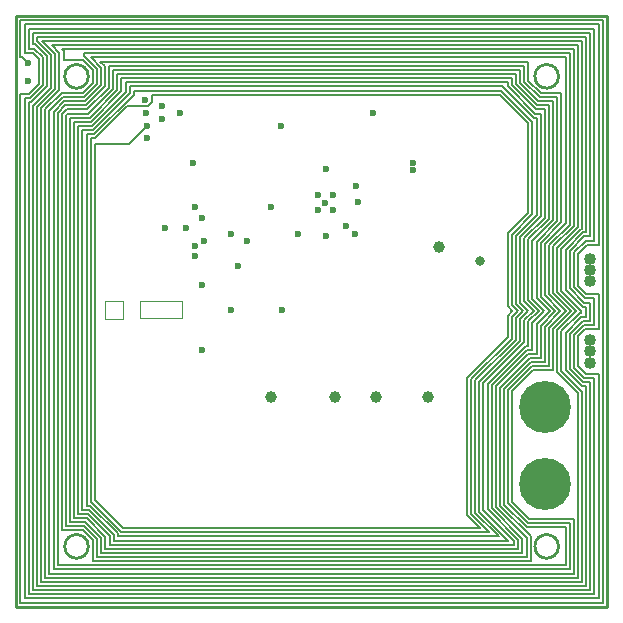
<source format=gbr>
%TF.GenerationSoftware,KiCad,Pcbnew,(5.0.1-3-g963ef8bb5)*%
%TF.CreationDate,2020-03-04T19:54:40-08:00*%
%TF.ProjectId,SolarCell+Y,536F6C617243656C6C2B592E6B696361,rev?*%
%TF.SameCoordinates,Original*%
%TF.FileFunction,Copper,L4,Inr,Signal*%
%TF.FilePolarity,Positive*%
%FSLAX46Y46*%
G04 Gerber Fmt 4.6, Leading zero omitted, Abs format (unit mm)*
G04 Created by KiCad (PCBNEW (5.0.1-3-g963ef8bb5)) date Wednesday, March 04, 2020 at 07:54:40 PM*
%MOMM*%
%LPD*%
G01*
G04 APERTURE LIST*
%ADD10C,0.050000*%
%ADD11C,0.250000*%
%ADD12C,1.000000*%
%ADD13C,1.016000*%
%ADD14C,4.400000*%
%ADD15C,0.600000*%
%ADD16C,0.800000*%
%ADD17C,0.190000*%
G04 APERTURE END LIST*
D10*
X160500000Y-65600000D02*
X160500000Y-64100000D01*
X164000000Y-65600000D02*
X160500000Y-65600000D01*
X164000000Y-64100000D02*
X164000000Y-65600000D01*
X160500000Y-64100000D02*
X164000000Y-64100000D01*
X159000000Y-64100000D02*
X157500000Y-64100000D01*
X159000000Y-65650000D02*
X159000000Y-64100000D01*
X157500000Y-65650000D02*
X159000000Y-65650000D01*
X157500000Y-64100000D02*
X157500000Y-65650000D01*
D11*
X200000000Y-40000000D02*
X150000000Y-40000000D01*
X150000000Y-90000000D02*
X200000000Y-90000000D01*
X150000000Y-40000000D02*
X150000000Y-90000000D01*
X195900000Y-45100000D02*
G75*
G03X195900000Y-45100000I-1000000J0D01*
G01*
X156100000Y-84900000D02*
G75*
G03X156100000Y-84900000I-1000000J0D01*
G01*
X156100000Y-45100000D02*
G75*
G03X156100000Y-45100000I-1000000J0D01*
G01*
X195900000Y-84900000D02*
G75*
G03X195900000Y-84900000I-1000000J0D01*
G01*
X200000000Y-90000000D02*
X200000000Y-40000000D01*
D12*
X185750200Y-59512200D03*
X184835800Y-72263000D03*
X176987200Y-72263000D03*
X171602400Y-72263000D03*
X180424666Y-72263000D03*
D13*
X198566000Y-69330000D03*
X198566000Y-60530000D03*
X198566000Y-68380000D03*
X198566000Y-67430000D03*
X198566000Y-61480000D03*
X198566000Y-62430000D03*
D14*
X194800000Y-73100000D03*
X194800000Y-79600000D03*
D15*
X183593740Y-52415440D03*
X183593740Y-53050440D03*
X160978844Y-48166883D03*
X165112690Y-56134000D03*
X178796228Y-54378747D03*
X176174400Y-55806340D03*
X175574980Y-55144184D03*
X176844980Y-55144184D03*
X175567340Y-56413400D03*
X176844980Y-56388784D03*
X164338000Y-57912000D03*
X162575240Y-57912000D03*
X172417740Y-49303940D03*
X168148000Y-64897000D03*
X172466000Y-64897000D03*
X178689000Y-58420000D03*
X165684200Y-62738000D03*
X165684200Y-68300600D03*
X168148000Y-58420000D03*
X164973000Y-52451000D03*
X168783000Y-61147520D03*
D16*
X189300000Y-60700000D03*
D15*
X163830000Y-48196500D03*
X165700000Y-57100000D03*
X165862000Y-59055000D03*
X165100000Y-59436026D03*
X165100000Y-60325000D03*
X151000000Y-45500000D03*
X161036000Y-50292000D03*
X151003000Y-44005500D03*
X162359712Y-47637690D03*
X161036000Y-49276000D03*
X160909000Y-47117000D03*
X162369500Y-48750000D03*
X169560240Y-59019440D03*
X176184580Y-52959784D03*
X177942240Y-57749440D03*
X171528750Y-56161940D03*
X173878240Y-58471590D03*
X176218027Y-58650475D03*
X180164740Y-48224440D03*
X178954084Y-55753784D03*
D17*
X159512000Y-50800000D02*
X161036000Y-49276000D01*
X154350000Y-48250000D02*
X156100000Y-48250000D01*
X198950000Y-88950000D02*
X151050000Y-88950000D01*
X198250000Y-58300000D02*
X198000000Y-58300000D01*
X197850000Y-58000000D02*
X196150000Y-59700000D01*
X191050000Y-46300000D02*
X193700000Y-48950000D01*
X192300000Y-58600000D02*
X192300000Y-64350000D01*
X158250000Y-83900000D02*
X156150000Y-81800000D01*
X161155118Y-47644882D02*
X161500000Y-47300000D01*
X191650000Y-81250000D02*
X193300000Y-82900000D01*
X194250000Y-64950000D02*
X193350000Y-65850000D01*
X196150000Y-46500000D02*
X196150000Y-57450000D01*
X190950000Y-71450000D02*
X190950000Y-81450000D01*
X150700000Y-40700000D02*
X199300000Y-40700000D01*
X158250000Y-84400000D02*
X158250000Y-83900000D01*
X191300000Y-71550000D02*
X191300000Y-81350000D01*
X158550000Y-46250000D02*
X158550000Y-44900000D01*
X197200000Y-57750000D02*
X195450000Y-59500000D01*
X191950000Y-65450000D02*
X191950000Y-67300000D01*
X198250000Y-71350000D02*
X198250000Y-88250000D01*
X197200000Y-69750000D02*
X198100000Y-70650000D01*
X193000000Y-67600000D02*
X189550000Y-71050000D01*
X197400000Y-65000000D02*
X195800000Y-66600000D01*
X153650000Y-46250000D02*
X153650000Y-43100000D01*
X156350000Y-81100000D02*
X156350000Y-50350000D01*
X193700000Y-48950000D02*
X193700000Y-56750000D01*
X159405118Y-47644882D02*
X161155118Y-47644882D01*
X156050000Y-82150000D02*
X155250000Y-82150000D01*
X198250000Y-88250000D02*
X151750000Y-88250000D01*
X195800000Y-70150000D02*
X197550000Y-71900000D01*
X158600000Y-83800000D02*
X156250000Y-81450000D01*
X158200000Y-46150000D02*
X158200000Y-44550000D01*
X193000000Y-58800000D02*
X193000000Y-64150000D01*
X196500000Y-66800000D02*
X196500000Y-69950000D01*
X153500000Y-48200000D02*
X154150000Y-47550000D01*
X196500000Y-43500000D02*
X196500000Y-57550000D01*
X196500000Y-83250000D02*
X196500000Y-86500000D01*
X151150000Y-46950000D02*
X152250000Y-45850000D01*
X158900000Y-46350000D02*
X158900000Y-45250000D01*
X194700000Y-64950000D02*
X193700000Y-65950000D01*
X195450000Y-47200000D02*
X195450000Y-57250000D01*
X193800000Y-64950000D02*
X193000000Y-65750000D01*
X193450000Y-68950000D02*
X190950000Y-71450000D01*
X154550000Y-48600000D02*
X156200000Y-48600000D01*
X198250000Y-41750000D02*
X198250000Y-58300000D01*
X151050000Y-46600000D02*
X151900000Y-45750000D01*
X155600000Y-49650000D02*
X156500000Y-49650000D01*
X151400000Y-43100000D02*
X150700000Y-43100000D01*
X198000000Y-71000000D02*
X198600000Y-71000000D01*
X198050000Y-64250000D02*
X198600000Y-64250000D01*
X199652990Y-40347010D02*
X199652990Y-89647010D01*
X154900000Y-48950000D02*
X156300000Y-48950000D01*
X159050000Y-83350000D02*
X156700000Y-81000000D01*
X198150000Y-66500000D02*
X197550000Y-67100000D01*
X153650000Y-43100000D02*
X153000000Y-42450000D01*
X159950000Y-46650000D02*
X159950000Y-46300000D01*
X155850000Y-82850000D02*
X154550000Y-82850000D01*
X194050000Y-48600000D02*
X194050000Y-56850000D01*
X196850000Y-69850000D02*
X198000000Y-71000000D01*
X191200000Y-46000000D02*
X193800000Y-48600000D01*
X156500000Y-49650000D02*
X159600000Y-46550000D01*
X191950000Y-45850000D02*
X194000000Y-47900000D01*
X192000000Y-71750000D02*
X192000000Y-81150000D01*
X196850000Y-66900000D02*
X196850000Y-69850000D01*
X191600000Y-67200000D02*
X188150000Y-70650000D01*
X158550000Y-44900000D02*
X192300000Y-44900000D01*
X198000000Y-58300000D02*
X196500000Y-59800000D01*
X196850000Y-82900000D02*
X196850000Y-86850000D01*
X192650000Y-64250000D02*
X193350000Y-64950000D01*
X198950000Y-63900000D02*
X198950000Y-66150000D01*
X152950000Y-43300000D02*
X151750000Y-42100000D01*
X197950000Y-65800000D02*
X196850000Y-66900000D01*
X195600000Y-64950000D02*
X195600000Y-65000000D01*
X159250000Y-46450000D02*
X159250000Y-45600000D01*
X194200000Y-47200000D02*
X195450000Y-47200000D01*
X193350000Y-64050000D02*
X194250000Y-64950000D01*
X156300000Y-48950000D02*
X158900000Y-46350000D01*
X192500000Y-84350000D02*
X192500000Y-85100000D01*
X192850000Y-84250000D02*
X192850000Y-85450000D01*
X199300000Y-89300000D02*
X150700000Y-89300000D01*
X189250000Y-83350000D02*
X159050000Y-83350000D01*
X195100000Y-47550000D02*
X195100000Y-57150000D01*
X193350000Y-68600000D02*
X190600000Y-71350000D01*
X197900000Y-71350000D02*
X198250000Y-71350000D01*
X193553493Y-84053493D02*
X193553493Y-84696507D01*
X153950000Y-46850000D02*
X155700000Y-46850000D01*
X157850000Y-46050000D02*
X157850000Y-44200000D01*
X154000000Y-43750000D02*
X154000000Y-42950000D01*
X194100000Y-47550000D02*
X195100000Y-47550000D01*
X158200000Y-44550000D02*
X192650000Y-44550000D01*
X193350000Y-49050000D02*
X193350000Y-56650000D01*
X195450000Y-70000000D02*
X193750000Y-70000000D01*
X194050000Y-66100000D02*
X194050000Y-68600000D01*
X155606158Y-46500000D02*
X156452077Y-45654081D01*
X192300000Y-65550000D02*
X192300000Y-67400000D01*
X194400000Y-48250000D02*
X194400000Y-56950000D01*
X198250000Y-63550000D02*
X199300000Y-63550000D01*
X155700000Y-46850000D02*
X156800000Y-45750000D01*
X192300000Y-44900000D02*
X192300000Y-45750000D01*
X195100000Y-69650000D02*
X193650000Y-69650000D01*
X193350000Y-64950000D02*
X192650000Y-65650000D01*
X156250000Y-81450000D02*
X155950000Y-81450000D01*
X191600000Y-58400000D02*
X191600000Y-64550000D01*
X155950000Y-81450000D02*
X155950000Y-50000000D01*
X156150000Y-81800000D02*
X155600000Y-81800000D01*
X198250000Y-64600000D02*
X198250000Y-65450000D01*
X193550000Y-69300000D02*
X191300000Y-71550000D01*
X155750000Y-83200000D02*
X154200000Y-83200000D01*
X195450000Y-63450000D02*
X196950000Y-64950000D01*
X198600000Y-88600000D02*
X151400000Y-88600000D01*
X197900000Y-71700000D02*
X197900000Y-87900000D01*
X195800000Y-59600000D02*
X195800000Y-63350000D01*
X188850000Y-70850000D02*
X188850000Y-82050000D01*
X193350000Y-45460659D02*
X194389341Y-46500000D01*
X193000000Y-45550000D02*
X194300000Y-46850000D01*
X193553493Y-84696507D02*
X193550000Y-84700000D01*
X198950000Y-41050000D02*
X198950000Y-59000000D01*
X199300000Y-63550000D02*
X199300000Y-66500000D01*
X156500000Y-84393841D02*
X155656159Y-83550000D01*
X196950000Y-65000000D02*
X195450000Y-66500000D01*
X158900000Y-45250000D02*
X191950000Y-45250000D01*
X153850000Y-83550000D02*
X153850000Y-48300000D01*
X151400000Y-41400000D02*
X198600000Y-41400000D01*
X191600000Y-64550000D02*
X192000000Y-64950000D01*
X152450000Y-87550000D02*
X152450000Y-47900000D01*
X191950000Y-58500000D02*
X191950000Y-64450000D01*
X151400000Y-42400000D02*
X151400000Y-41400000D01*
X194400000Y-66200000D02*
X194400000Y-68950000D01*
X196150000Y-66700000D02*
X196150000Y-70050000D01*
X188500000Y-82150000D02*
X190050000Y-83700000D01*
X190050000Y-83700000D02*
X158900000Y-83700000D01*
X189200000Y-70950000D02*
X189200000Y-81950000D01*
X199652990Y-89647010D02*
X199647010Y-89652990D01*
X152600000Y-43400000D02*
X151600000Y-42400000D01*
X150347010Y-40347010D02*
X199652990Y-40347010D01*
X193700000Y-65950000D02*
X193700000Y-68250000D01*
X195800000Y-66600000D02*
X195800000Y-70150000D01*
X191200000Y-45950000D02*
X191200000Y-46000000D01*
X191600000Y-45600000D02*
X191600000Y-45950000D01*
X195100000Y-63550000D02*
X196500000Y-64950000D01*
X191650000Y-71650000D02*
X191650000Y-81250000D01*
X193900000Y-48250000D02*
X194400000Y-48250000D01*
X195100000Y-59400000D02*
X195100000Y-63550000D01*
X192500000Y-85100000D02*
X157550000Y-85100000D01*
X157500000Y-45950000D02*
X157500000Y-44250000D01*
X150347010Y-46600000D02*
X151050000Y-46600000D01*
X193700000Y-68250000D02*
X193250000Y-68250000D01*
X151050000Y-88950000D02*
X151050000Y-47300000D01*
X157900000Y-84000000D02*
X156050000Y-82150000D01*
X190950000Y-81450000D02*
X193553493Y-84053493D01*
X156700000Y-81000000D02*
X156700000Y-50800000D01*
X188150000Y-82250000D02*
X189250000Y-83350000D01*
X188150000Y-70650000D02*
X188150000Y-82250000D01*
X192650000Y-67500000D02*
X189200000Y-70950000D01*
X198100000Y-58650000D02*
X196850000Y-59900000D01*
X191600000Y-65350000D02*
X191600000Y-67200000D01*
X192000000Y-64950000D02*
X191600000Y-65350000D01*
X193350000Y-56650000D02*
X191600000Y-58400000D01*
X190950000Y-46650000D02*
X193350000Y-49050000D01*
X192650000Y-58700000D02*
X192650000Y-64250000D01*
X161500000Y-46650000D02*
X190950000Y-46650000D01*
X161500000Y-47300000D02*
X161500000Y-46650000D01*
X156700000Y-50350000D02*
X159405118Y-47644882D01*
X156350000Y-50350000D02*
X156700000Y-50350000D01*
X158900000Y-83650000D02*
X156350000Y-81100000D01*
X158900000Y-83700000D02*
X158900000Y-83650000D01*
X188500000Y-70750000D02*
X188500000Y-82150000D01*
X192650000Y-45650000D02*
X194200000Y-47200000D01*
X191950000Y-67300000D02*
X188500000Y-70750000D01*
X192450000Y-64950000D02*
X191950000Y-65450000D01*
X189200000Y-81950000D02*
X191650000Y-84400000D01*
X191950000Y-64450000D02*
X192450000Y-64950000D01*
X193700000Y-56750000D02*
X191950000Y-58500000D01*
X159950000Y-46300000D02*
X191050000Y-46300000D01*
X156600000Y-50000000D02*
X159950000Y-46650000D01*
X155950000Y-50000000D02*
X156600000Y-50000000D01*
X158600000Y-84050000D02*
X158600000Y-83800000D01*
X196850000Y-43150000D02*
X196850000Y-57650000D01*
X190850000Y-84050000D02*
X158600000Y-84050000D01*
X197850000Y-65450000D02*
X196500000Y-66800000D01*
X188850000Y-82050000D02*
X190850000Y-84050000D01*
X197550000Y-71900000D02*
X197550000Y-87550000D01*
X192300000Y-67400000D02*
X188850000Y-70850000D01*
X154200000Y-83200000D02*
X154200000Y-48400000D01*
X154000000Y-42950000D02*
X153850000Y-42800000D01*
X151050000Y-42750000D02*
X151050000Y-41050000D01*
X192900000Y-64950000D02*
X192300000Y-65550000D01*
X192300000Y-64350000D02*
X192900000Y-64950000D01*
X196850000Y-57650000D02*
X195100000Y-59400000D01*
X197750000Y-65100000D02*
X196150000Y-66700000D01*
X194050000Y-56850000D02*
X192300000Y-58600000D01*
X193800000Y-48600000D02*
X194050000Y-48600000D01*
X159600000Y-45950000D02*
X191200000Y-45950000D01*
X159600000Y-46550000D02*
X159600000Y-45950000D01*
X155600000Y-81800000D02*
X155600000Y-49650000D01*
X191650000Y-84400000D02*
X158250000Y-84400000D01*
X194750000Y-63650000D02*
X196050000Y-64950000D01*
X192650000Y-65650000D02*
X192650000Y-67500000D01*
X194400000Y-56950000D02*
X192650000Y-58700000D01*
X159250000Y-45600000D02*
X191600000Y-45600000D01*
X191600000Y-45950000D02*
X193900000Y-48250000D01*
X194750000Y-69300000D02*
X193550000Y-69300000D01*
X156400000Y-49300000D02*
X159250000Y-46450000D01*
X155250000Y-49300000D02*
X156400000Y-49300000D01*
X155250000Y-82150000D02*
X155250000Y-49300000D01*
X157900000Y-84750000D02*
X157900000Y-84000000D01*
X192150000Y-84750000D02*
X157900000Y-84750000D01*
X192150000Y-84450000D02*
X192150000Y-84750000D01*
X189550000Y-81850000D02*
X192150000Y-84450000D01*
X189550000Y-71050000D02*
X189550000Y-81850000D01*
X197200000Y-87200000D02*
X152800000Y-87200000D01*
X193000000Y-65750000D02*
X193000000Y-67600000D01*
X193000000Y-64150000D02*
X193800000Y-64950000D01*
X194750000Y-57050000D02*
X193000000Y-58800000D01*
X194750000Y-47900000D02*
X194750000Y-57050000D01*
X193350000Y-58900000D02*
X193350000Y-64050000D01*
X194000000Y-47900000D02*
X194750000Y-47900000D01*
X190250000Y-71250000D02*
X190250000Y-81650000D01*
X191950000Y-45250000D02*
X191950000Y-45850000D01*
X154900000Y-82500000D02*
X154900000Y-48950000D01*
X155950000Y-82500000D02*
X154900000Y-82500000D01*
X157550000Y-84100000D02*
X155950000Y-82500000D01*
X157550000Y-85100000D02*
X157550000Y-84100000D01*
X189900000Y-81750000D02*
X192500000Y-84350000D01*
X189900000Y-71150000D02*
X189900000Y-81750000D01*
X193150000Y-67900000D02*
X189900000Y-71150000D01*
X193350000Y-67900000D02*
X193150000Y-67900000D01*
X193350000Y-65850000D02*
X193350000Y-67900000D01*
X195100000Y-57150000D02*
X193350000Y-58900000D01*
X192300000Y-45750000D02*
X194100000Y-47550000D01*
X198250000Y-65450000D02*
X197850000Y-65450000D01*
X156200000Y-48600000D02*
X158550000Y-46250000D01*
X154550000Y-82850000D02*
X154550000Y-48600000D01*
X157200000Y-84200000D02*
X155850000Y-82850000D01*
X157200000Y-85450000D02*
X157200000Y-84200000D01*
X192850000Y-85450000D02*
X157200000Y-85450000D01*
X190250000Y-81650000D02*
X192850000Y-84250000D01*
X193250000Y-68250000D02*
X190250000Y-71250000D01*
X197550000Y-87550000D02*
X152450000Y-87550000D01*
X193700000Y-63950000D02*
X194700000Y-64950000D01*
X197850000Y-64950000D02*
X197850000Y-65100000D01*
X193700000Y-59000000D02*
X193700000Y-63950000D01*
X152950000Y-46050000D02*
X152950000Y-43300000D01*
X195450000Y-57250000D02*
X193700000Y-59000000D01*
X192650000Y-44550000D02*
X192650000Y-45650000D01*
X156100000Y-48250000D02*
X158200000Y-46150000D01*
X154200000Y-48400000D02*
X154350000Y-48250000D01*
X156850000Y-84300000D02*
X155750000Y-83200000D01*
X198600000Y-64250000D02*
X198600000Y-65800000D01*
X156850000Y-85800000D02*
X156850000Y-84300000D01*
X193200000Y-85800000D02*
X156850000Y-85800000D01*
X193200000Y-84150000D02*
X193200000Y-85800000D01*
X190600000Y-81550000D02*
X193200000Y-84150000D01*
X190600000Y-71350000D02*
X190600000Y-81550000D01*
X194050000Y-59100000D02*
X194050000Y-63850000D01*
X193350000Y-43850000D02*
X193350000Y-45460659D01*
X194050000Y-68600000D02*
X193350000Y-68600000D01*
X195150000Y-65000000D02*
X194050000Y-66100000D01*
X195150000Y-64950000D02*
X195150000Y-65000000D01*
X195450000Y-59500000D02*
X195450000Y-63450000D01*
X194050000Y-63850000D02*
X195150000Y-64950000D01*
X195800000Y-57350000D02*
X194050000Y-59100000D01*
X195800000Y-46850000D02*
X195800000Y-57350000D01*
X194300000Y-46850000D02*
X195800000Y-46850000D01*
X193000000Y-44200000D02*
X193000000Y-45550000D01*
X196500000Y-59800000D02*
X196500000Y-63150000D01*
X157850000Y-44200000D02*
X193000000Y-44200000D01*
X156000000Y-47900000D02*
X157850000Y-46050000D01*
X154250000Y-47900000D02*
X156000000Y-47900000D01*
X153850000Y-48300000D02*
X154250000Y-47900000D01*
X155656159Y-83550000D02*
X153850000Y-83550000D01*
X156500000Y-86150000D02*
X156500000Y-84393841D01*
X193550000Y-86150000D02*
X156500000Y-86150000D01*
X193550000Y-84700000D02*
X193550000Y-86150000D01*
X194400000Y-68950000D02*
X193450000Y-68950000D01*
X198200000Y-70300000D02*
X199300000Y-70300000D01*
X195600000Y-65000000D02*
X194400000Y-66200000D01*
X194400000Y-63750000D02*
X195600000Y-64950000D01*
X194400000Y-59200000D02*
X194400000Y-63750000D01*
X196150000Y-57450000D02*
X194400000Y-59200000D01*
X194389341Y-46500000D02*
X196150000Y-46500000D01*
X157100000Y-43850000D02*
X193350000Y-43850000D01*
X157500000Y-44250000D02*
X157100000Y-43850000D01*
X155900000Y-47550000D02*
X157500000Y-45950000D01*
X154150000Y-47550000D02*
X155900000Y-47550000D01*
X153500000Y-86500000D02*
X153500000Y-48200000D01*
X198600000Y-58650000D02*
X198100000Y-58650000D01*
X196500000Y-86500000D02*
X153500000Y-86500000D01*
X193200000Y-83250000D02*
X196500000Y-83250000D01*
X191300000Y-81350000D02*
X193200000Y-83250000D01*
X194750000Y-66300000D02*
X194750000Y-69300000D01*
X196050000Y-65000000D02*
X194750000Y-66300000D01*
X196050000Y-64950000D02*
X196050000Y-65000000D01*
X194750000Y-59300000D02*
X194750000Y-63650000D01*
X196500000Y-57550000D02*
X194750000Y-59300000D01*
X156300000Y-43500000D02*
X196500000Y-43500000D01*
X157150000Y-44350000D02*
X156300000Y-43500000D01*
X157150000Y-45850000D02*
X157150000Y-44350000D01*
X155800000Y-47200000D02*
X157150000Y-45850000D01*
X154050000Y-47200000D02*
X155800000Y-47200000D01*
X153150000Y-48100000D02*
X154050000Y-47200000D01*
X153150000Y-86850000D02*
X153150000Y-48100000D01*
X196850000Y-86850000D02*
X153150000Y-86850000D01*
X155750000Y-43150000D02*
X196850000Y-43150000D01*
X193300000Y-82900000D02*
X196850000Y-82900000D01*
X193650000Y-69650000D02*
X191650000Y-71650000D01*
X195100000Y-66400000D02*
X195100000Y-69650000D01*
X196500000Y-65000000D02*
X195100000Y-66400000D01*
X153850000Y-46500000D02*
X155606158Y-46500000D01*
X196500000Y-64950000D02*
X196500000Y-65000000D01*
X155750000Y-43400000D02*
X155750000Y-43150000D01*
X156800000Y-44450000D02*
X155750000Y-43400000D01*
X156800000Y-45750000D02*
X156800000Y-44450000D01*
X152800000Y-48000000D02*
X153950000Y-46850000D01*
X152800000Y-87200000D02*
X152800000Y-48000000D01*
X151750000Y-41750000D02*
X198250000Y-41750000D01*
X197200000Y-82550000D02*
X197200000Y-87200000D01*
X193400000Y-82550000D02*
X197200000Y-82550000D01*
X192000000Y-81150000D02*
X193400000Y-82550000D01*
X198950000Y-59000000D02*
X198200000Y-59000000D01*
X193750000Y-70000000D02*
X192000000Y-71750000D01*
X197200000Y-62950000D02*
X198150000Y-63900000D01*
X195450000Y-66500000D02*
X195450000Y-70000000D01*
X151400000Y-47600000D02*
X152950000Y-46050000D01*
X196950000Y-64950000D02*
X196950000Y-65000000D01*
X197200000Y-42800000D02*
X197200000Y-57750000D01*
X153850000Y-42800000D02*
X197200000Y-42800000D01*
X155656159Y-43750000D02*
X154000000Y-43750000D01*
X156452077Y-44545918D02*
X155656159Y-43750000D01*
X156452077Y-45654081D02*
X156452077Y-44545918D01*
X151400000Y-88600000D02*
X151400000Y-47600000D01*
X152450000Y-47900000D02*
X153850000Y-46500000D01*
X197400000Y-64950000D02*
X197400000Y-65000000D01*
X195800000Y-63350000D02*
X197400000Y-64950000D01*
X197550000Y-57850000D02*
X195800000Y-59600000D01*
X197550000Y-42450000D02*
X197550000Y-57850000D01*
X153000000Y-42450000D02*
X197550000Y-42450000D01*
X152100000Y-47800000D02*
X153650000Y-46250000D01*
X152100000Y-87900000D02*
X152100000Y-47800000D01*
X197900000Y-87900000D02*
X152100000Y-87900000D01*
X196850000Y-59900000D02*
X196850000Y-63050000D01*
X197800000Y-71700000D02*
X197900000Y-71700000D01*
X196150000Y-70050000D02*
X197800000Y-71700000D01*
X197850000Y-65100000D02*
X197750000Y-65100000D01*
X196150000Y-63250000D02*
X197850000Y-64950000D01*
X197550000Y-60100000D02*
X197550000Y-62850000D01*
X196150000Y-59700000D02*
X196150000Y-63250000D01*
X197900000Y-58000000D02*
X197850000Y-58000000D01*
X197900000Y-42100000D02*
X197900000Y-58000000D01*
X152200000Y-42100000D02*
X197900000Y-42100000D01*
X153300000Y-43200000D02*
X152200000Y-42100000D01*
X153300000Y-46150000D02*
X153300000Y-43200000D01*
X151750000Y-47700000D02*
X153300000Y-46150000D01*
X151750000Y-88250000D02*
X151750000Y-47700000D01*
X196500000Y-69950000D02*
X197900000Y-71350000D01*
X197950000Y-64600000D02*
X198250000Y-64600000D01*
X196500000Y-63150000D02*
X197950000Y-64600000D01*
X151750000Y-42100000D02*
X151750000Y-41750000D01*
X198600000Y-71000000D02*
X198600000Y-88600000D01*
X198600000Y-65800000D02*
X197950000Y-65800000D01*
X196850000Y-63050000D02*
X198050000Y-64250000D01*
X198600000Y-41400000D02*
X198600000Y-58650000D01*
X151600000Y-42400000D02*
X151400000Y-42400000D01*
X152600000Y-45950000D02*
X152600000Y-43400000D01*
X151250000Y-47300000D02*
X152600000Y-45950000D01*
X151050000Y-47300000D02*
X151250000Y-47300000D01*
X198950000Y-70650000D02*
X198950000Y-88950000D01*
X198100000Y-70650000D02*
X198950000Y-70650000D01*
X197200000Y-67000000D02*
X197200000Y-69750000D01*
X198050000Y-66150000D02*
X197200000Y-67000000D01*
X198950000Y-66150000D02*
X198050000Y-66150000D01*
X198150000Y-63900000D02*
X198950000Y-63900000D01*
X197200000Y-60000000D02*
X197200000Y-62950000D01*
X198200000Y-59000000D02*
X197200000Y-60000000D01*
X151050000Y-41050000D02*
X198950000Y-41050000D01*
X151500000Y-42750000D02*
X151050000Y-42750000D01*
X152250000Y-43500000D02*
X151500000Y-42750000D01*
X152250000Y-45850000D02*
X152250000Y-43500000D01*
X150700000Y-46950000D02*
X151150000Y-46950000D01*
X150700000Y-89300000D02*
X150700000Y-46950000D01*
X199300000Y-70300000D02*
X199300000Y-89300000D01*
X197550000Y-69650000D02*
X198200000Y-70300000D01*
X197550000Y-67100000D02*
X197550000Y-69650000D01*
X199300000Y-66500000D02*
X198150000Y-66500000D01*
X197550000Y-62850000D02*
X198250000Y-63550000D01*
X198300000Y-59350000D02*
X197550000Y-60100000D01*
X199300000Y-59350000D02*
X198300000Y-59350000D01*
X199300000Y-40700000D02*
X199300000Y-59350000D01*
X150700000Y-43100000D02*
X150700000Y-40700000D01*
X151900000Y-43600000D02*
X151400000Y-43100000D01*
X151900000Y-45750000D02*
X151900000Y-43600000D01*
X150347010Y-89652990D02*
X150347010Y-46600000D01*
X199647010Y-89652990D02*
X150347010Y-89652990D01*
X150347010Y-43450000D02*
X150347010Y-40347010D01*
X156700000Y-50800000D02*
X159512000Y-50800000D01*
X150447500Y-43450000D02*
X151003000Y-44005500D01*
X150347010Y-43450000D02*
X150447500Y-43450000D01*
M02*

</source>
